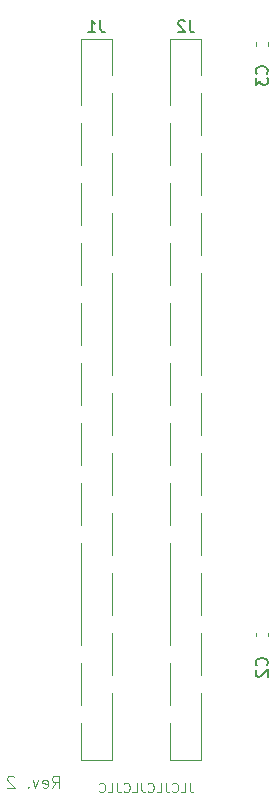
<source format=gbr>
G04 #@! TF.GenerationSoftware,KiCad,Pcbnew,9.0.6-9.0.6~ubuntu25.10.1*
G04 #@! TF.CreationDate,2025-12-24T18:24:09+09:00*
G04 #@! TF.ProjectId,bionic-ns32016,62696f6e-6963-42d6-9e73-33323031362e,2*
G04 #@! TF.SameCoordinates,Original*
G04 #@! TF.FileFunction,Legend,Bot*
G04 #@! TF.FilePolarity,Positive*
%FSLAX46Y46*%
G04 Gerber Fmt 4.6, Leading zero omitted, Abs format (unit mm)*
G04 Created by KiCad (PCBNEW 9.0.6-9.0.6~ubuntu25.10.1) date 2025-12-24 18:24:09*
%MOMM*%
%LPD*%
G01*
G04 APERTURE LIST*
%ADD10C,0.100000*%
%ADD11C,0.125000*%
%ADD12C,0.150000*%
%ADD13C,0.120000*%
G04 APERTURE END LIST*
D10*
X117852438Y-136749795D02*
X117852438Y-137321223D01*
X117852438Y-137321223D02*
X117890533Y-137435509D01*
X117890533Y-137435509D02*
X117966724Y-137511700D01*
X117966724Y-137511700D02*
X118081009Y-137549795D01*
X118081009Y-137549795D02*
X118157200Y-137549795D01*
X117090533Y-137549795D02*
X117471485Y-137549795D01*
X117471485Y-137549795D02*
X117471485Y-136749795D01*
X116366723Y-137473604D02*
X116404819Y-137511700D01*
X116404819Y-137511700D02*
X116519104Y-137549795D01*
X116519104Y-137549795D02*
X116595295Y-137549795D01*
X116595295Y-137549795D02*
X116709581Y-137511700D01*
X116709581Y-137511700D02*
X116785771Y-137435509D01*
X116785771Y-137435509D02*
X116823866Y-137359319D01*
X116823866Y-137359319D02*
X116861962Y-137206938D01*
X116861962Y-137206938D02*
X116861962Y-137092652D01*
X116861962Y-137092652D02*
X116823866Y-136940271D01*
X116823866Y-136940271D02*
X116785771Y-136864080D01*
X116785771Y-136864080D02*
X116709581Y-136787890D01*
X116709581Y-136787890D02*
X116595295Y-136749795D01*
X116595295Y-136749795D02*
X116519104Y-136749795D01*
X116519104Y-136749795D02*
X116404819Y-136787890D01*
X116404819Y-136787890D02*
X116366723Y-136825985D01*
X115795295Y-136749795D02*
X115795295Y-137321223D01*
X115795295Y-137321223D02*
X115833390Y-137435509D01*
X115833390Y-137435509D02*
X115909581Y-137511700D01*
X115909581Y-137511700D02*
X116023866Y-137549795D01*
X116023866Y-137549795D02*
X116100057Y-137549795D01*
X115033390Y-137549795D02*
X115414342Y-137549795D01*
X115414342Y-137549795D02*
X115414342Y-136749795D01*
X114309580Y-137473604D02*
X114347676Y-137511700D01*
X114347676Y-137511700D02*
X114461961Y-137549795D01*
X114461961Y-137549795D02*
X114538152Y-137549795D01*
X114538152Y-137549795D02*
X114652438Y-137511700D01*
X114652438Y-137511700D02*
X114728628Y-137435509D01*
X114728628Y-137435509D02*
X114766723Y-137359319D01*
X114766723Y-137359319D02*
X114804819Y-137206938D01*
X114804819Y-137206938D02*
X114804819Y-137092652D01*
X114804819Y-137092652D02*
X114766723Y-136940271D01*
X114766723Y-136940271D02*
X114728628Y-136864080D01*
X114728628Y-136864080D02*
X114652438Y-136787890D01*
X114652438Y-136787890D02*
X114538152Y-136749795D01*
X114538152Y-136749795D02*
X114461961Y-136749795D01*
X114461961Y-136749795D02*
X114347676Y-136787890D01*
X114347676Y-136787890D02*
X114309580Y-136825985D01*
X113738152Y-136749795D02*
X113738152Y-137321223D01*
X113738152Y-137321223D02*
X113776247Y-137435509D01*
X113776247Y-137435509D02*
X113852438Y-137511700D01*
X113852438Y-137511700D02*
X113966723Y-137549795D01*
X113966723Y-137549795D02*
X114042914Y-137549795D01*
X112976247Y-137549795D02*
X113357199Y-137549795D01*
X113357199Y-137549795D02*
X113357199Y-136749795D01*
X112252437Y-137473604D02*
X112290533Y-137511700D01*
X112290533Y-137511700D02*
X112404818Y-137549795D01*
X112404818Y-137549795D02*
X112481009Y-137549795D01*
X112481009Y-137549795D02*
X112595295Y-137511700D01*
X112595295Y-137511700D02*
X112671485Y-137435509D01*
X112671485Y-137435509D02*
X112709580Y-137359319D01*
X112709580Y-137359319D02*
X112747676Y-137206938D01*
X112747676Y-137206938D02*
X112747676Y-137092652D01*
X112747676Y-137092652D02*
X112709580Y-136940271D01*
X112709580Y-136940271D02*
X112671485Y-136864080D01*
X112671485Y-136864080D02*
X112595295Y-136787890D01*
X112595295Y-136787890D02*
X112481009Y-136749795D01*
X112481009Y-136749795D02*
X112404818Y-136749795D01*
X112404818Y-136749795D02*
X112290533Y-136787890D01*
X112290533Y-136787890D02*
X112252437Y-136825985D01*
X111681009Y-136749795D02*
X111681009Y-137321223D01*
X111681009Y-137321223D02*
X111719104Y-137435509D01*
X111719104Y-137435509D02*
X111795295Y-137511700D01*
X111795295Y-137511700D02*
X111909580Y-137549795D01*
X111909580Y-137549795D02*
X111985771Y-137549795D01*
X110919104Y-137549795D02*
X111300056Y-137549795D01*
X111300056Y-137549795D02*
X111300056Y-136749795D01*
X110195294Y-137473604D02*
X110233390Y-137511700D01*
X110233390Y-137511700D02*
X110347675Y-137549795D01*
X110347675Y-137549795D02*
X110423866Y-137549795D01*
X110423866Y-137549795D02*
X110538152Y-137511700D01*
X110538152Y-137511700D02*
X110614342Y-137435509D01*
X110614342Y-137435509D02*
X110652437Y-137359319D01*
X110652437Y-137359319D02*
X110690533Y-137206938D01*
X110690533Y-137206938D02*
X110690533Y-137092652D01*
X110690533Y-137092652D02*
X110652437Y-136940271D01*
X110652437Y-136940271D02*
X110614342Y-136864080D01*
X110614342Y-136864080D02*
X110538152Y-136787890D01*
X110538152Y-136787890D02*
X110423866Y-136749795D01*
X110423866Y-136749795D02*
X110347675Y-136749795D01*
X110347675Y-136749795D02*
X110233390Y-136787890D01*
X110233390Y-136787890D02*
X110195294Y-136825985D01*
D11*
X106204240Y-137181119D02*
X106537573Y-136704928D01*
X106775668Y-137181119D02*
X106775668Y-136181119D01*
X106775668Y-136181119D02*
X106394716Y-136181119D01*
X106394716Y-136181119D02*
X106299478Y-136228738D01*
X106299478Y-136228738D02*
X106251859Y-136276357D01*
X106251859Y-136276357D02*
X106204240Y-136371595D01*
X106204240Y-136371595D02*
X106204240Y-136514452D01*
X106204240Y-136514452D02*
X106251859Y-136609690D01*
X106251859Y-136609690D02*
X106299478Y-136657309D01*
X106299478Y-136657309D02*
X106394716Y-136704928D01*
X106394716Y-136704928D02*
X106775668Y-136704928D01*
X105394716Y-137133500D02*
X105489954Y-137181119D01*
X105489954Y-137181119D02*
X105680430Y-137181119D01*
X105680430Y-137181119D02*
X105775668Y-137133500D01*
X105775668Y-137133500D02*
X105823287Y-137038261D01*
X105823287Y-137038261D02*
X105823287Y-136657309D01*
X105823287Y-136657309D02*
X105775668Y-136562071D01*
X105775668Y-136562071D02*
X105680430Y-136514452D01*
X105680430Y-136514452D02*
X105489954Y-136514452D01*
X105489954Y-136514452D02*
X105394716Y-136562071D01*
X105394716Y-136562071D02*
X105347097Y-136657309D01*
X105347097Y-136657309D02*
X105347097Y-136752547D01*
X105347097Y-136752547D02*
X105823287Y-136847785D01*
X105013763Y-136514452D02*
X104775668Y-137181119D01*
X104775668Y-137181119D02*
X104537573Y-136514452D01*
X104156620Y-137085880D02*
X104109001Y-137133500D01*
X104109001Y-137133500D02*
X104156620Y-137181119D01*
X104156620Y-137181119D02*
X104204239Y-137133500D01*
X104204239Y-137133500D02*
X104156620Y-137085880D01*
X104156620Y-137085880D02*
X104156620Y-137181119D01*
X102966144Y-136276357D02*
X102918525Y-136228738D01*
X102918525Y-136228738D02*
X102823287Y-136181119D01*
X102823287Y-136181119D02*
X102585192Y-136181119D01*
X102585192Y-136181119D02*
X102489954Y-136228738D01*
X102489954Y-136228738D02*
X102442335Y-136276357D01*
X102442335Y-136276357D02*
X102394716Y-136371595D01*
X102394716Y-136371595D02*
X102394716Y-136466833D01*
X102394716Y-136466833D02*
X102442335Y-136609690D01*
X102442335Y-136609690D02*
X103013763Y-137181119D01*
X103013763Y-137181119D02*
X102394716Y-137181119D01*
D12*
X117843333Y-72204819D02*
X117843333Y-72919104D01*
X117843333Y-72919104D02*
X117890952Y-73061961D01*
X117890952Y-73061961D02*
X117986190Y-73157200D01*
X117986190Y-73157200D02*
X118129047Y-73204819D01*
X118129047Y-73204819D02*
X118224285Y-73204819D01*
X117414761Y-72300057D02*
X117367142Y-72252438D01*
X117367142Y-72252438D02*
X117271904Y-72204819D01*
X117271904Y-72204819D02*
X117033809Y-72204819D01*
X117033809Y-72204819D02*
X116938571Y-72252438D01*
X116938571Y-72252438D02*
X116890952Y-72300057D01*
X116890952Y-72300057D02*
X116843333Y-72395295D01*
X116843333Y-72395295D02*
X116843333Y-72490533D01*
X116843333Y-72490533D02*
X116890952Y-72633390D01*
X116890952Y-72633390D02*
X117462380Y-73204819D01*
X117462380Y-73204819D02*
X116843333Y-73204819D01*
X124346580Y-126829833D02*
X124394200Y-126782214D01*
X124394200Y-126782214D02*
X124441819Y-126639357D01*
X124441819Y-126639357D02*
X124441819Y-126544119D01*
X124441819Y-126544119D02*
X124394200Y-126401262D01*
X124394200Y-126401262D02*
X124298961Y-126306024D01*
X124298961Y-126306024D02*
X124203723Y-126258405D01*
X124203723Y-126258405D02*
X124013247Y-126210786D01*
X124013247Y-126210786D02*
X123870390Y-126210786D01*
X123870390Y-126210786D02*
X123679914Y-126258405D01*
X123679914Y-126258405D02*
X123584676Y-126306024D01*
X123584676Y-126306024D02*
X123489438Y-126401262D01*
X123489438Y-126401262D02*
X123441819Y-126544119D01*
X123441819Y-126544119D02*
X123441819Y-126639357D01*
X123441819Y-126639357D02*
X123489438Y-126782214D01*
X123489438Y-126782214D02*
X123537057Y-126829833D01*
X123537057Y-127210786D02*
X123489438Y-127258405D01*
X123489438Y-127258405D02*
X123441819Y-127353643D01*
X123441819Y-127353643D02*
X123441819Y-127591738D01*
X123441819Y-127591738D02*
X123489438Y-127686976D01*
X123489438Y-127686976D02*
X123537057Y-127734595D01*
X123537057Y-127734595D02*
X123632295Y-127782214D01*
X123632295Y-127782214D02*
X123727533Y-127782214D01*
X123727533Y-127782214D02*
X123870390Y-127734595D01*
X123870390Y-127734595D02*
X124441819Y-127163167D01*
X124441819Y-127163167D02*
X124441819Y-127782214D01*
X124346580Y-76717833D02*
X124394200Y-76670214D01*
X124394200Y-76670214D02*
X124441819Y-76527357D01*
X124441819Y-76527357D02*
X124441819Y-76432119D01*
X124441819Y-76432119D02*
X124394200Y-76289262D01*
X124394200Y-76289262D02*
X124298961Y-76194024D01*
X124298961Y-76194024D02*
X124203723Y-76146405D01*
X124203723Y-76146405D02*
X124013247Y-76098786D01*
X124013247Y-76098786D02*
X123870390Y-76098786D01*
X123870390Y-76098786D02*
X123679914Y-76146405D01*
X123679914Y-76146405D02*
X123584676Y-76194024D01*
X123584676Y-76194024D02*
X123489438Y-76289262D01*
X123489438Y-76289262D02*
X123441819Y-76432119D01*
X123441819Y-76432119D02*
X123441819Y-76527357D01*
X123441819Y-76527357D02*
X123489438Y-76670214D01*
X123489438Y-76670214D02*
X123537057Y-76717833D01*
X123441819Y-77051167D02*
X123441819Y-77670214D01*
X123441819Y-77670214D02*
X123822771Y-77336881D01*
X123822771Y-77336881D02*
X123822771Y-77479738D01*
X123822771Y-77479738D02*
X123870390Y-77574976D01*
X123870390Y-77574976D02*
X123918009Y-77622595D01*
X123918009Y-77622595D02*
X124013247Y-77670214D01*
X124013247Y-77670214D02*
X124251342Y-77670214D01*
X124251342Y-77670214D02*
X124346580Y-77622595D01*
X124346580Y-77622595D02*
X124394200Y-77574976D01*
X124394200Y-77574976D02*
X124441819Y-77479738D01*
X124441819Y-77479738D02*
X124441819Y-77194024D01*
X124441819Y-77194024D02*
X124394200Y-77098786D01*
X124394200Y-77098786D02*
X124346580Y-77051167D01*
X110248733Y-72204819D02*
X110248733Y-72919104D01*
X110248733Y-72919104D02*
X110296352Y-73061961D01*
X110296352Y-73061961D02*
X110391590Y-73157200D01*
X110391590Y-73157200D02*
X110534447Y-73204819D01*
X110534447Y-73204819D02*
X110629685Y-73204819D01*
X109248733Y-73204819D02*
X109820161Y-73204819D01*
X109534447Y-73204819D02*
X109534447Y-72204819D01*
X109534447Y-72204819D02*
X109629685Y-72347676D01*
X109629685Y-72347676D02*
X109724923Y-72442914D01*
X109724923Y-72442914D02*
X109820161Y-72490533D01*
D13*
X116159200Y-74320000D02*
X116159200Y-73750000D01*
X116159200Y-79400000D02*
X116159200Y-74320000D01*
X116159200Y-84480000D02*
X116159200Y-80920000D01*
X116159200Y-89560000D02*
X116159200Y-86000000D01*
X116159200Y-94640000D02*
X116159200Y-91080000D01*
X116159200Y-99720000D02*
X116159200Y-96160000D01*
X116159200Y-104800000D02*
X116159200Y-101240000D01*
X116159200Y-109880000D02*
X116159200Y-106320000D01*
X116159200Y-114960000D02*
X116159200Y-111400000D01*
X116159200Y-121560000D02*
X116159200Y-116480000D01*
X116159200Y-125120000D02*
X116159200Y-121560000D01*
X116159200Y-130200000D02*
X116159200Y-126640000D01*
X116159200Y-134830000D02*
X116159200Y-131720000D01*
X118819200Y-73750000D02*
X116159200Y-73750000D01*
X118819200Y-76860000D02*
X118819200Y-73750000D01*
X118819200Y-81940000D02*
X118819200Y-78380000D01*
X118819200Y-87020000D02*
X118819200Y-83460000D01*
X118819200Y-92100000D02*
X118819200Y-88540000D01*
X118819200Y-98700000D02*
X118819200Y-93620000D01*
X118819200Y-102260000D02*
X118819200Y-98700000D01*
X118819200Y-107340000D02*
X118819200Y-103780000D01*
X118819200Y-112420000D02*
X118819200Y-108860000D01*
X118819200Y-117500000D02*
X118819200Y-113940000D01*
X118819200Y-122580000D02*
X118819200Y-119020000D01*
X118819200Y-127660000D02*
X118819200Y-124100000D01*
X118819200Y-134260000D02*
X118819200Y-129180000D01*
X118819200Y-134830000D02*
X116159200Y-134830000D01*
X118819200Y-134830000D02*
X118819200Y-134260000D01*
X123477000Y-124056233D02*
X123477000Y-124348767D01*
X124497000Y-124056233D02*
X124497000Y-124348767D01*
X123477000Y-74363767D02*
X123477000Y-74071233D01*
X124497000Y-74363767D02*
X124497000Y-74071233D01*
X108606200Y-75840000D02*
X108606200Y-73750000D01*
X108606200Y-79400000D02*
X108606200Y-75840000D01*
X108606200Y-84480000D02*
X108606200Y-80920000D01*
X108606200Y-89560000D02*
X108606200Y-86000000D01*
X108606200Y-94640000D02*
X108606200Y-91080000D01*
X108606200Y-99720000D02*
X108606200Y-96160000D01*
X108606200Y-104800000D02*
X108606200Y-101240000D01*
X108606200Y-109880000D02*
X108606200Y-106320000D01*
X108606200Y-114960000D02*
X108606200Y-111400000D01*
X108606200Y-121560000D02*
X108606200Y-116480000D01*
X108606200Y-125120000D02*
X108606200Y-121560000D01*
X108606200Y-130200000D02*
X108606200Y-126640000D01*
X108606200Y-134830000D02*
X108606200Y-131720000D01*
X111266200Y-73750000D02*
X108606200Y-73750000D01*
X111266200Y-76860000D02*
X111266200Y-73750000D01*
X111266200Y-81940000D02*
X111266200Y-78380000D01*
X111266200Y-87020000D02*
X111266200Y-83460000D01*
X111266200Y-92100000D02*
X111266200Y-88540000D01*
X111266200Y-98700000D02*
X111266200Y-93620000D01*
X111266200Y-102260000D02*
X111266200Y-98700000D01*
X111266200Y-107340000D02*
X111266200Y-103780000D01*
X111266200Y-112420000D02*
X111266200Y-108860000D01*
X111266200Y-117500000D02*
X111266200Y-113940000D01*
X111266200Y-122580000D02*
X111266200Y-119020000D01*
X111266200Y-127660000D02*
X111266200Y-124100000D01*
X111266200Y-134260000D02*
X111266200Y-129180000D01*
X111266200Y-134830000D02*
X108606200Y-134830000D01*
X111266200Y-134830000D02*
X111266200Y-134260000D01*
M02*

</source>
